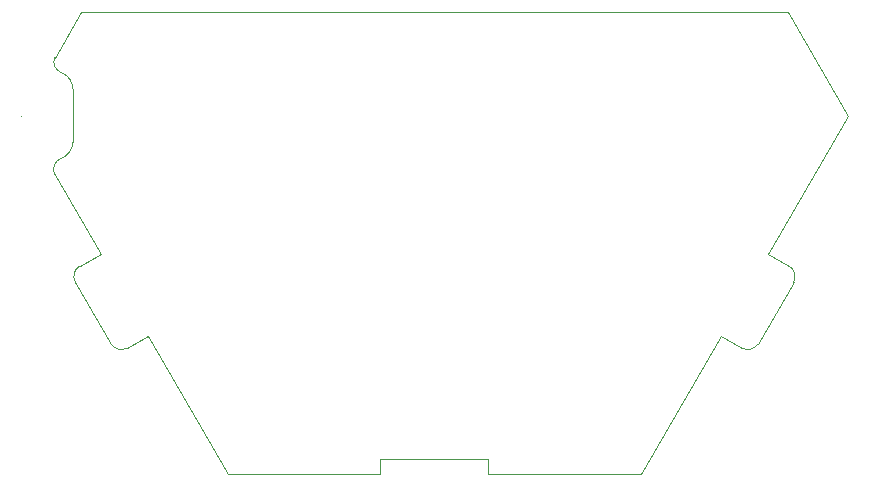
<source format=gm1>
G04 #@! TF.GenerationSoftware,KiCad,Pcbnew,(5.1.7)-1*
G04 #@! TF.CreationDate,2021-10-27T14:05:12+02:00*
G04 #@! TF.ProjectId,Power_module_v1,506f7765-725f-46d6-9f64-756c655f7631,rev?*
G04 #@! TF.SameCoordinates,Original*
G04 #@! TF.FileFunction,Profile,NP*
%FSLAX46Y46*%
G04 Gerber Fmt 4.6, Leading zero omitted, Abs format (unit mm)*
G04 Created by KiCad (PCBNEW (5.1.7)-1) date 2021-10-27 14:05:12*
%MOMM*%
%LPD*%
G01*
G04 APERTURE LIST*
G04 #@! TA.AperFunction,Profile*
%ADD10C,0.050000*%
G04 #@! TD*
G04 APERTURE END LIST*
D10*
X90936777Y-74269890D02*
G75*
G02*
X90338988Y-72987921I342090J939879D01*
G01*
X90310612Y-82795820D02*
G75*
G02*
X90908403Y-81513849I939881J342090D01*
G01*
X90937154Y-74268909D02*
G75*
G02*
X91899999Y-75670000I-537985J-1401093D01*
G01*
X91884455Y-80119167D02*
G75*
G02*
X90908403Y-81513849I-1484456J-1D01*
G01*
X92103903Y-92006299D02*
X93600000Y-94600000D01*
X92470000Y-90640000D02*
X94240000Y-89620000D01*
X96466297Y-97566099D02*
X98230000Y-96550000D01*
X148540122Y-97567968D02*
X146770000Y-96550000D01*
X149906420Y-97201868D02*
X151400000Y-94600000D01*
X152541868Y-90633580D02*
X150760000Y-89620000D01*
X152541868Y-90633580D02*
G75*
G02*
X152907968Y-91999878I-500099J-866199D01*
G01*
X149906420Y-97201868D02*
G75*
G02*
X148540122Y-97567968I-866199J500099D01*
G01*
X96466297Y-97566099D02*
G75*
G02*
X95100000Y-97200000I-500099J866198D01*
G01*
X92103903Y-92006299D02*
G75*
G02*
X92470000Y-90640000I866198J500101D01*
G01*
X91900000Y-77900000D02*
X91884455Y-80119167D01*
X91899999Y-75670000D02*
X91900000Y-77900000D01*
X90338988Y-72987921D02*
X92608400Y-69088000D01*
X146770000Y-96550000D02*
X140000000Y-108252500D01*
X94240000Y-89620000D02*
X90310612Y-82795820D01*
X151400000Y-94600000D02*
X152907968Y-91999878D01*
X93600000Y-94600000D02*
X95100000Y-97200000D01*
X127071120Y-106934000D02*
X127071120Y-108252500D01*
X117927120Y-108252500D02*
X117927120Y-106934000D01*
X87500000Y-77941800D02*
X87500000Y-77941800D01*
X157500000Y-77941800D02*
X152400000Y-69088000D01*
X92608400Y-69088000D02*
X152400000Y-69088000D01*
X105000000Y-108252500D02*
X98230000Y-96550000D01*
X105000000Y-108252500D02*
X117927120Y-108252500D01*
X117927120Y-106934000D02*
X127071120Y-106934000D01*
X127071120Y-108252500D02*
X140000000Y-108252500D01*
X157500000Y-77941800D02*
X150760000Y-89620000D01*
M02*

</source>
